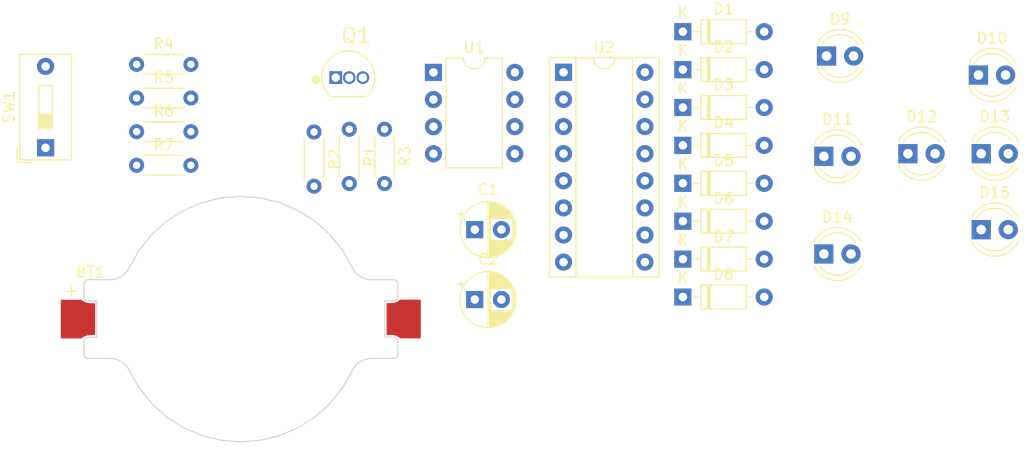
<source format=kicad_pcb>
(kicad_pcb (version 20221018) (generator pcbnew)
  (layers (0 "F.Cu" signal) (31 "B.Cu" signal) (34 "B.Paste" user) (35 "F.Paste" user) (36 "B.SilkS" user "B.Silkscreen") (37 "F.SilkS" user "F.Silkscreen") (38 "B.Mask" user) (39 "F.Mask" user) (44 "Edge.Cuts" user))
  (net 0 "")
  (net 1 "Vcc")
  (net 2 "GND")
  (net 3 "Net-(Q1-B)")
  (net 4 "dis")
  (net 5 "Net-(D1-K)")
  (net 6 "Q5")
  (net 7 "Q0")
  (net 8 "Q2")
  (net 9 "Net-(D10-K)")
  (net 10 "Net-(D12-A)")
  (net 11 "Q3")
  (net 12 "Q4")
  (net 13 "Net-(D14-A)")
  (net 14 "Net-(D9-K)")
  (net 15 "Net-(D10-A)")
  (net 16 "Net-(D12-K)")
  (net 17 "Net-(D14-K)")
  (net 18 "Net-(Q1-E)")
  (net 19 "Net-(U1-Q)")
  (net 22 "reset")
  (footprint "Resistor_THT:R_Axial_DIN0204_L3.6mm_D1.6mm_P5.08mm_Horizontal" (layer "F.Cu") (at 79.395 50.06)
    (fp_text reference "R4" (at 2.54 -1.92) (layer "F.SilkS"))
    (fp_text value "R")
    (pad "1" thru_hole circle (at 0 0) (size 1.4 1.4) (drill 0.7) (layers "*.Cu" "*.Mask") (net 14 "Net-(D9-K)"))
    (pad "2" thru_hole oval (at 5.08 0) (size 1.4 1.4) (drill 0.7) (layers "*.Cu" "*.Mask") (net 2 "GND"))
  )
  (footprint "LED_THT:LED_D4.0mm" (layer "F.Cu") (at 144.013 49.276)
    (fp_text reference "D9" (at 1.27 -3.46) (layer "F.SilkS"))
    (fp_text value "LED1")
    (pad "1" thru_hole rect (at 0 0) (size 1.8 1.8) (drill 0.9) (layers "*.Cu" "*.Mask") (net 14 "Net-(D9-K)"))
    (pad "2" thru_hole circle (at 2.54 0) (size 1.8 1.8) (drill 0.9) (layers "*.Cu" "*.Mask") (net 5 "Net-(D1-K)"))
  )
  (footprint "Resistor_THT:R_Axial_DIN0204_L3.6mm_D1.6mm_P5.08mm_Horizontal" (layer "F.Cu") (at 79.395 53.21)
    (fp_text reference "R5" (at 2.54 -1.92) (layer "F.SilkS"))
    (fp_text value "R")
    (pad "1" thru_hole circle (at 0 0) (size 1.4 1.4) (drill 0.7) (layers "*.Cu" "*.Mask") (net 15 "Net-(D10-A)"))
    (pad "2" thru_hole oval (at 5.08 0) (size 1.4 1.4) (drill 0.7) (layers "*.Cu" "*.Mask") (net 2 "GND"))
  )
  (footprint "Button_Switch_THT:SW_DIP_SPSTx01_Slide_9.78x4.72mm_W7.62mm_P2.54mm" (layer "F.Cu") (at 70.866 57.8695 90)
    (fp_text reference "SW1" (at 3.81 -3.42 90) (layer "F.SilkS"))
    (fp_text value "SW_DIP_x01")
    (pad "1" thru_hole rect (at 0 0 90) (size 1.6 1.6) (drill 0.8) (layers "*.Cu" "*.Mask") (net 1 "Vcc"))
    (pad "2" thru_hole oval (at 7.62 0 90) (size 1.6 1.6) (drill 0.8) (layers "*.Cu" "*.Mask") (net 3 "Net-(Q1-B)"))
  )
  (footprint "Library:TO92_S9014_127P510H650-3" (layer "F.Cu") (at 99.314 50.8)
    (fp_text reference "Q1" (at 0.637945 -3.444995) (layer "F.SilkS") (effects (font (size 1.406528 1.406528))))
    (fp_text value "2N2219")
    (pad "1" thru_hole rect (at -1.27 0.5) (size 1.19 1.19) (drill 0.79) (layers "*.Cu" "*.Mask") (net 18 "Net-(Q1-E)"))
    (pad "2" thru_hole circle (at 0 0.5) (size 1.19 1.19) (drill 0.79) (layers "*.Cu" "*.Mask") (net 3 "Net-(Q1-B)"))
    (pad "3" thru_hole circle (at 1.27 0.5) (size 1.19 1.19) (drill 0.79) (layers "*.Cu" "*.Mask") (net 1 "Vcc"))
  )
  (footprint "Diode_THT:D_DO-35_SOD27_P7.62mm_Horizontal" (layer "F.Cu") (at 130.556 50.546)
    (fp_text reference "D2" (at 3.81 -2.12) (layer "F.SilkS"))
    (fp_text value "1N4148")
    (fp_text user "K" (at 0 -1.8) (layer "F.SilkS"))
    (pad "1" thru_hole rect (at 0 0) (size 1.6 1.6) (drill 0.8) (layers "*.Cu" "*.Mask") (net 5 "Net-(D1-K)"))
    (pad "2" thru_hole oval (at 7.62 0) (size 1.6 1.6) (drill 0.8) (layers "*.Cu" "*.Mask") (net 7 "Q0"))
  )
  (footprint "Diode_THT:D_DO-35_SOD27_P7.62mm_Horizontal" (layer "F.Cu") (at 130.556 57.646)
    (fp_text reference "D4" (at 3.81 -2.12) (layer "F.SilkS"))
    (fp_text value "1N4148")
    (fp_text user "K" (at 0 -1.8) (layer "F.SilkS"))
    (pad "1" thru_hole rect (at 0 0) (size 1.6 1.6) (drill 0.8) (layers "*.Cu" "*.Mask") (net 6 "Q5"))
    (pad "2" thru_hole oval (at 7.62 0) (size 1.6 1.6) (drill 0.8) (layers "*.Cu" "*.Mask") (net 9 "Net-(D10-K)"))
  )
  (footprint "LED_THT:LED_D4.0mm" (layer "F.Cu") (at 158.496 65.532)
    (fp_text reference "D15" (at 1.27 -3.46) (layer "F.SilkS"))
    (fp_text value "LED7")
    (pad "1" thru_hole rect (at 0 0) (size 1.8 1.8) (drill 0.9) (layers "*.Cu" "*.Mask") (net 17 "Net-(D14-K)"))
    (pad "2" thru_hole circle (at 2.54 0) (size 1.8 1.8) (drill 0.9) (layers "*.Cu" "*.Mask") (net 13 "Net-(D14-A)"))
  )
  (footprint "Capacitor_THT:CP_Radial_D5.0mm_P2.50mm" (layer "F.Cu") (at 111.062888 72.082)
    (fp_text reference "C2" (at 1.25 -3.75) (layer "F.SilkS"))
    (fp_text value "C_Polarized_Small")
    (pad "1" thru_hole rect (at 0 0) (size 1.6 1.6) (drill 0.8) (layers "*.Cu" "*.Mask") (net 4 "dis"))
    (pad "2" thru_hole circle (at 2.5 0) (size 1.6 1.6) (drill 0.8) (layers "*.Cu" "*.Mask") (net 2 "GND"))
  )
  (footprint "Diode_THT:D_DO-35_SOD27_P7.62mm_Horizontal" (layer "F.Cu") (at 130.556 68.296)
    (fp_text reference "D7" (at 3.81 -2.12) (layer "F.SilkS"))
    (fp_text value "1N4148")
    (fp_text user "K" (at 0 -1.8) (layer "F.SilkS"))
    (pad "1" thru_hole rect (at 0 0) (size 1.6 1.6) (drill 0.8) (layers "*.Cu" "*.Mask") (net 10 "Net-(D12-A)"))
    (pad "2" thru_hole oval (at 7.62 0) (size 1.6 1.6) (drill 0.8) (layers "*.Cu" "*.Mask") (net 12 "Q4"))
  )
  (footprint "LED_THT:LED_D4.0mm" (layer "F.Cu") (at 158.496 58.42)
    (fp_text reference "D13" (at 1.27 -3.46) (layer "F.SilkS"))
    (fp_text value "LED5")
    (pad "1" thru_hole rect (at 0 0) (size 1.8 1.8) (drill 0.9) (layers "*.Cu" "*.Mask") (net 16 "Net-(D12-K)"))
    (pad "2" thru_hole circle (at 2.54 0) (size 1.8 1.8) (drill 0.9) (layers "*.Cu" "*.Mask") (net 10 "Net-(D12-A)"))
  )
  (footprint "Resistor_THT:R_Axial_DIN0204_L3.6mm_D1.6mm_P5.08mm_Horizontal" (layer "F.Cu") (at 96.012 56.388 -90)
    (fp_text reference "R2" (at 2.54 -1.92 90) (layer "F.SilkS"))
    (fp_text value "R")
    (pad "1" thru_hole circle (at 0 0 270) (size 1.4 1.4) (drill 0.7) (layers "*.Cu" "*.Mask") (net 18 "Net-(Q1-E)"))
    (pad "2" thru_hole oval (at 5.08 0 270) (size 1.4 1.4) (drill 0.7) (layers "*.Cu" "*.Mask") (net 4 "dis"))
  )
  (footprint "Resistor_THT:R_Axial_DIN0204_L3.6mm_D1.6mm_P5.08mm_Horizontal" (layer "F.Cu") (at 102.616 56.134 -90)
    (fp_text reference "R3" (at 2.54 -1.92 90) (layer "F.SilkS"))
    (fp_text value "R")
    (pad "1" thru_hole circle (at 0 0 270) (size 1.4 1.4) (drill 0.7) (layers "*.Cu" "*.Mask") (net 4 "dis"))
    (pad "2" thru_hole oval (at 5.08 0 270) (size 1.4 1.4) (drill 0.7) (layers "*.Cu" "*.Mask") (net 2 "GND"))
  )
  (footprint "Diode_THT:D_DO-35_SOD27_P7.62mm_Horizontal" (layer "F.Cu") (at 130.556 46.996)
    (fp_text reference "D1" (at 3.81 -2.12) (layer "F.SilkS"))
    (fp_text value "1N4148")
    (fp_text user "K" (at 0 -1.8) (layer "F.SilkS"))
    (pad "1" thru_hole rect (at 0 0) (size 1.6 1.6) (drill 0.8) (layers "*.Cu" "*.Mask") (net 5 "Net-(D1-K)"))
    (pad "2" thru_hole oval (at 7.62 0) (size 1.6 1.6) (drill 0.8) (layers "*.Cu" "*.Mask") (net 6 "Q5"))
  )
  (footprint "Resistor_THT:R_Axial_DIN0204_L3.6mm_D1.6mm_P5.08mm_Horizontal" (layer "F.Cu") (at 99.314 56.134 -90)
    (fp_text reference "R1" (at 2.54 -1.92 90) (layer "F.SilkS"))
    (fp_text value "R")
    (pad "1" thru_hole circle (at 0 0 270) (size 1.4 1.4) (drill 0.7) (layers "*.Cu" "*.Mask") (net 3 "Net-(Q1-B)"))
    (pad "2" thru_hole oval (at 5.08 0 270) (size 1.4 1.4) (drill 0.7) (layers "*.Cu" "*.Mask") (net 2 "GND"))
  )
  (footprint "Diode_THT:D_DO-35_SOD27_P7.62mm_Horizontal" (layer "F.Cu") (at 130.556 54.096)
    (fp_text reference "D3" (at 3.81 -2.12) (layer "F.SilkS"))
    (fp_text value "1N4148")
    (fp_text user "K" (at 0 -1.8) (layer "F.SilkS"))
    (pad "1" thru_hole rect (at 0 0) (size 1.6 1.6) (drill 0.8) (layers "*.Cu" "*.Mask") (net 5 "Net-(D1-K)"))
    (pad "2" thru_hole oval (at 7.62 0) (size 1.6 1.6) (drill 0.8) (layers "*.Cu" "*.Mask") (net 8 "Q2"))
  )
  (footprint "Package_DIP:DIP-16_W7.62mm_Socket" (layer "F.Cu") (at 119.38 50.8)
    (fp_text reference "U2" (at 3.81 -2.33) (layer "F.SilkS"))
    (fp_text value "4017")
    (pad "1" thru_hole rect (at 0 0) (size 1.6 1.6) (drill 0.8) (layers "*.Cu" "*.Mask") (net 6 "Q5"))
    (pad "2" thru_hole oval (at 0 2.54) (size 1.6 1.6) (drill 0.8) (layers "*.Cu" "*.Mask"))
    (pad "3" thru_hole oval (at 0 5.08) (size 1.6 1.6) (drill 0.8) (layers "*.Cu" "*.Mask") (net 7 "Q0"))
    (pad "4" thru_hole oval (at 0 7.62) (size 1.6 1.6) (drill 0.8) (layers "*.Cu" "*.Mask") (net 8 "Q2"))
    (pad "5" thru_hole oval (at 0 10.16) (size 1.6 1.6) (drill 0.8) (layers "*.Cu" "*.Mask") (net 22 "reset"))
    (pad "6" thru_hole oval (at 0 12.7) (size 1.6 1.6) (drill 0.8) (layers "*.Cu" "*.Mask"))
    (pad "7" thru_hole oval (at 0 15.24) (size 1.6 1.6) (drill 0.8) (layers "*.Cu" "*.Mask") (net 11 "Q3"))
    (pad "8" thru_hole oval (at 0 17.78) (size 1.6 1.6) (drill 0.8) (layers "*.Cu" "*.Mask") (net 2 "GND"))
    (pad "9" thru_hole oval (at 7.62 17.78) (size 1.6 1.6) (drill 0.8) (layers "*.Cu" "*.Mask"))
    (pad "10" thru_hole oval (at 7.62 15.24) (size 1.6 1.6) (drill 0.8) (layers "*.Cu" "*.Mask") (net 12 "Q4"))
    (pad "11" thru_hole oval (at 7.62 12.7) (size 1.6 1.6) (drill 0.8) (layers "*.Cu" "*.Mask"))
    (pad "12" thru_hole oval (at 7.62 10.16) (size 1.6 1.6) (drill 0.8) (layers "*.Cu" "*.Mask"))
    (pad "13" thru_hole oval (at 7.62 7.62) (size 1.6 1.6) (drill 0.8) (layers "*.Cu" "*.Mask") (net 2 "GND"))
    (pad "14" thru_hole oval (at 7.62 5.08) (size 1.6 1.6) (drill 0.8) (layers "*.Cu" "*.Mask") (net 19 "Net-(U1-Q)"))
    (pad "15" thru_hole oval (at 7.62 2.54) (size 1.6 1.6) (drill 0.8) (layers "*.Cu" "*.Mask") (net 22 "reset"))
    (pad "16" thru_hole oval (at 7.62 0) (size 1.6 1.6) (drill 0.8) (layers "*.Cu" "*.Mask") (net 1 "Vcc"))
  )
  (footprint "LED_THT:LED_D4.0mm" (layer "F.Cu") (at 143.764 67.818)
    (fp_text reference "D14" (at 1.27 -3.46) (layer "F.SilkS"))
    (fp_text value "LED6")
    (pad "1" thru_hole rect (at 0 0) (size 1.8 1.8) (drill 0.9) (layers "*.Cu" "*.Mask") (net 17 "Net-(D14-K)"))
    (pad "2" thru_hole circle (at 2.54 0) (size 1.8 1.8) (drill 0.9) (layers "*.Cu" "*.Mask") (net 13 "Net-(D14-A)"))
  )
  (footprint "Diode_THT:D_DO-35_SOD27_P7.62mm_Horizontal" (layer "F.Cu") (at 130.556 64.746)
    (fp_text reference "D6" (at 3.81 -2.12) (layer "F.SilkS"))
    (fp_text value "1N4148")
    (fp_text user "K" (at 0 -1.8) (layer "F.SilkS"))
    (pad "1" thru_hole rect (at 0 0) (size 1.6 1.6) (drill 0.8) (layers "*.Cu" "*.Mask") (net 10 "Net-(D12-A)"))
    (pad "2" thru_hole oval (at 7.62 0) (size 1.6 1.6) (drill 0.8) (layers "*.Cu" "*.Mask") (net 11 "Q3"))
  )
  (footprint "Package_DIP:DIP-8_W7.62mm" (layer "F.Cu") (at 107.198 50.81)
    (fp_text reference "U1" (at 3.81 -2.33) (layer "F.SilkS"))
    (fp_text value "NE555P")
    (pad "1" thru_hole rect (at 0 0) (size 1.6 1.6) (drill 0.8) (layers "*.Cu" "*.Mask") (net 2 "GND"))
    (pad "2" thru_hole oval (at 0 2.54) (size 1.6 1.6) (drill 0.8) (layers "*.Cu" "*.Mask") (net 4 "dis"))
    (pad "3" thru_hole oval (at 0 5.08) (size 1.6 1.6) (drill 0.8) (layers "*.Cu" "*.Mask") (net 19 "Net-(U1-Q)"))
    (pad "4" thru_hole oval (at 0 7.62) (size 1.6 1.6) (drill 0.8) (layers "*.Cu" "*.Mask") (net 1 "Vcc"))
    (pad "5" thru_hole oval (at 7.62 7.62) (size 1.6 1.6) (drill 0.8) (layers "*.Cu" "*.Mask"))
    (pad "6" thru_hole oval (at 7.62 5.08) (size 1.6 1.6) (drill 0.8) (layers "*.Cu" "*.Mask") (net 4 "dis"))
    (pad "7" thru_hole oval (at 7.62 2.54) (size 1.6 1.6) (drill 0.8) (layers "*.Cu" "*.Mask") (net 4 "dis"))
    (pad "8" thru_hole oval (at 7.62 0) (size 1.6 1.6) (drill 0.8) (layers "*.Cu" "*.Mask") (net 1 "Vcc"))
  )
  (footprint "Resistor_THT:R_Axial_DIN0204_L3.6mm_D1.6mm_P5.08mm_Horizontal" (layer "F.Cu") (at 79.395 56.36)
    (fp_text reference "R6" (at 2.54 -1.92) (layer "F.SilkS"))
    (fp_text value "R")
    (pad "1" thru_hole circle (at 0 0) (size 1.4 1.4) (drill 0.7) (layers "*.Cu" "*.Mask") (net 16 "Net-(D12-K)"))
    (pad "2" thru_hole oval (at 5.08 0) (size 1.4 1.4) (drill 0.7) (layers "*.Cu" "*.Mask") (net 2 "GND"))
  )
  (footprint "LED_THT:LED_D4.0mm" (layer "F.Cu") (at 143.764 58.674)
    (fp_text reference "D11" (at 1.27 -3.46) (layer "F.SilkS"))
    (fp_text value "LED3")
    (pad "1" thru_hole rect (at 0 0) (size 1.8 1.8) (drill 0.9) (layers "*.Cu" "*.Mask") (net 9 "Net-(D10-K)"))
    (pad "2" thru_hole circle (at 2.54 0) (size 1.8 1.8) (drill 0.9) (layers "*.Cu" "*.Mask") (net 15 "Net-(D10-A)"))
  )
  (footprint "Diode_THT:D_DO-35_SOD27_P7.62mm_Horizontal" (layer "F.Cu") (at 130.556 61.196)
    (fp_text reference "D5" (at 3.81 -2.12) (layer "F.SilkS"))
    (fp_text value "1N4148")
    (fp_text user "K" (at 0 -1.8) (layer "F.SilkS"))
    (pad "1" thru_hole rect (at 0 0) (size 1.6 1.6) (drill 0.8) (layers "*.Cu" "*.Mask") (net 10 "Net-(D12-A)"))
    (pad "2" thru_hole oval (at 7.62 0) (size 1.6 1.6) (drill 0.8) (layers "*.Cu" "*.Mask") (net 7 "Q0"))
  )
  (footprint "LED_THT:LED_D4.0mm" (layer "F.Cu") (at 158.242 51.054)
    (fp_text reference "D10" (at 1.27 -3.46) (layer "F.SilkS"))
    (fp_text value "LED2")
    (pad "1" thru_hole rect (at 0 0) (size 1.8 1.8) (drill 0.9) (layers "*.Cu" "*.Mask") (net 9 "Net-(D10-K)"))
    (pad "2" thru_hole circle (at 2.54 0) (size 1.8 1.8) (drill 0.9) (layers "*.Cu" "*.Mask") (net 15 "Net-(D10-A)"))
  )
  (footprint "LED_THT:LED_D4.0mm" (layer "F.Cu") (at 151.638 58.42)
    (fp_text reference "D12" (at 1.27 -3.46) (layer "F.SilkS"))
    (fp_text value "LED4")
    (pad "1" thru_hole rect (at 0 0) (size 1.8 1.8) (drill 0.9) (layers "*.Cu" "*.Mask") (net 16 "Net-(D12-K)"))
    (pad "2" thru_hole circle (at 2.54 0) (size 1.8 1.8) (drill 0.9) (layers "*.Cu" "*.Mask") (net 10 "Net-(D12-A)"))
  )
  (footprint "Capacitor_THT:CP_Radial_D5.0mm_P2.50mm" (layer "F.Cu") (at 111.062888 65.532)
    (fp_text reference "C1" (at 1.25 -3.75) (layer "F.SilkS"))
    (fp_text value "C_Polarized_Small")
    (pad "1" thru_hole rect (at 0 0) (size 1.6 1.6) (drill 0.8) (layers "*.Cu" "*.Mask") (net 3 "Net-(Q1-B)"))
    (pad "2" thru_hole circle (at 2.5 0) (size 1.6 1.6) (drill 0.8) (layers "*.Cu" "*.Mask") (net 2 "GND"))
  )
  (footprint "Diode_THT:D_DO-35_SOD27_P7.62mm_Horizontal" (layer "F.Cu") (at 130.556 71.846)
    (fp_text reference "D8" (at 3.81 -2.12) (layer "F.SilkS"))
    (fp_text value "1N4148")
    (fp_text user "K" (at 0 -1.8) (layer "F.SilkS"))
    (pad "1" thru_hole rect (at 0 0) (size 1.6 1.6) (drill 0.8) (layers "*.Cu" "*.Mask") (net 13 "Net-(D14-A)"))
    (pad "2" thru_hole oval (at 7.62 0) (size 1.6 1.6) (drill 0.8) (layers "*.Cu" "*.Mask") (net 12 "Q4"))
  )
  (footprint "Resistor_THT:R_Axial_DIN0204_L3.6mm_D1.6mm_P5.08mm_Horizontal" (layer "F.Cu") (at 79.395 59.51)
    (fp_text reference "R7" (at 2.54 -1.92) (layer "F.SilkS"))
    (fp_text value "R")
    (pad "1" thru_hole circle (at 0 0) (size 1.4 1.4) (drill 0.7) (layers "*.Cu" "*.Mask") (net 17 "Net-(D14-K)"))
    (pad "2" thru_hole oval (at 5.08 0) (size 1.4 1.4) (drill 0.7) (layers "*.Cu" "*.Mask") (net 2 "GND"))
  )
  (footprint "Battery:BatteryHolder_Keystone_1057_1x2032" (layer "F.Cu") (at 89.154 73.914)
    (fp_text reference "BT1" (at -14.1 -4.4) (layer "F.SilkS"))
    (fp_text value "Battery_Cell")
    (fp_line (start -14.7 -2.08505) (end -14.7 -3.285) (stroke (width 0.1)) (layer "Edge.Cuts"))
    (fp_line (start -14.7 3.284899) (end -14.7 2.084949) (stroke (width 0.1)) (layer "Edge.Cuts"))
    (fp_line (start -14.3 -3.685) (end -12.244621 -3.685) (stroke (width 0.1)) (layer "Edge.Cuts"))
    (fp_line (start -14.3 1.684949) (end -13.5 1.684949) (stroke (width 0.1)) (layer "Edge.Cuts"))
    (fp_line (start -13.5 -1.68505) (end -14.3 -1.68505) (stroke (width 0.1)) (layer "Edge.Cuts"))
    (fp_line (start -13.5 1.684949) (end -13.5 -1.68505) (stroke (width 0.1)) (layer "Edge.Cuts"))
    (fp_line (start -12.244621 -3.685) (end -11.921437 -3.711285) (stroke (width 0.1)) (layer "Edge.Cuts"))
    (fp_line (start -12.244621 3.684999) (end -14.3 3.684899) (stroke (width 0.1)) (layer "Edge.Cuts"))
    (fp_line (start -11.921437 -3.711285) (end -11.606747 -3.789448) (stroke (width 0.1)) (layer "Edge.Cuts"))
    (fp_line (start -11.921437 3.711284) (end -12.244621 3.684999) (stroke (width 0.1)) (layer "Edge.Cuts"))
    (fp_line (start -11.606747 -3.789448) (end -11.308824 -3.917435) (stroke (width 0.1)) (layer "Edge.Cuts"))
    (fp_line (start -11.606747 3.789447) (end -11.921437 3.711284) (stroke (width 0.1)) (layer "Edge.Cuts"))
    (fp_line (start -11.308824 -3.917435) (end -11.035498 -4.091883) (stroke (width 0.1)) (layer "Edge.Cuts"))
    (fp_line (start -11.308824 3.917434) (end -11.606747 3.789447) (stroke (width 0.1)) (layer "Edge.Cuts"))
    (fp_line (start -11.035498 -4.091883) (end -10.793954 -4.308205) (stroke (width 0.1)) (layer "Edge.Cuts"))
    (fp_line (start -11.035498 4.091882) (end -11.308824 3.917434) (stroke (width 0.1)) (layer "Edge.Cuts"))
    (fp_line (start -10.793954 -4.308205) (end -10.59054 -4.560716) (stroke (width 0.1)) (layer "Edge.Cuts"))
    (fp_line (start -10.793954 4.308204) (end -11.035498 4.091882) (stroke (width 0.1)) (layer "Edge.Cuts"))
    (fp_line (start -10.59054 -4.560716) (end -10.430603 -4.842778) (stroke (width 0.1)) (layer "Edge.Cuts"))
    (fp_line (start -10.59054 4.560715) (end -10.793954 4.308204) (stroke (width 0.1)) (layer "Edge.Cuts"))
    (fp_line (start -10.430603 -4.842778) (end -9.510966 -6.464636) (stroke (width 0.1)) (layer "Edge.Cuts"))
    (fp_line (start -10.430603 4.842777) (end -10.59054 4.560715) (stroke (width 0.1)) (layer "Edge.Cuts"))
    (fp_line (start -9.510966 -6.464636) (end -8.341335 -7.916572) (stroke (width 0.1)) (layer "Edge.Cuts"))
    (fp_line (start -9.510966 6.464635) (end -10.430603 4.842777) (stroke (width 0.1)) (layer "Edge.Cuts"))
    (fp_line (start -8.341335 -7.916572) (end -6.952454 -9.160424) (stroke (width 0.1)) (layer "Edge.Cuts"))
    (fp_line (start -8.341335 7.916571) (end -9.510966 6.464635) (stroke (width 0.1)) (layer "Edge.Cuts"))
    (fp_line (start -6.952454 -9.160424) (end -5.38083 -10.163496) (stroke (width 0.1)) (layer "Edge.Cuts"))
    (fp_line (start -6.952454 9.160423) (end -8.341335 7.916571) (stroke (width 0.1)) (layer "Edge.Cuts"))
    (fp_line (start -5.38083 -10.163496) (end -3.667773 -10.899424) (stroke (width 0.1)) (layer "Edge.Cuts"))
    (fp_line (start -5.38083 10.163495) (end -6.952454 9.160423) (stroke (width 0.1)) (layer "Edge.Cuts"))
    (fp_line (start -3.667773 -10.899424) (end -1.858308 -11.348863) (stroke (width 0.1)) (layer "Edge.Cuts"))
    (fp_line (start -3.667773 10.899423) (end -5.38083 10.163495) (stroke (width 0.1)) (layer "Edge.Cuts"))
    (fp_line (start -1.858308 -11.348863) (end 0 -11.5) (stroke (width 0.1)) (layer "Edge.Cuts"))
    (fp_line (start -1.858308 11.348862) (end -3.667773 10.899423) (stroke (width 0.1)) (layer "Edge.Cuts"))
    (fp_line (start 0 -11.5) (end 1.858309 -11.348863) (stroke (width 0.1)) (layer "Edge.Cuts"))
    (fp_line (start 0 11.499999) (end -1.858308 11.348862) (stroke (width 0.1)) (layer "Edge.Cuts"))
    (fp_line (start 1.858309 -11.348863) (end 3.667774 -10.899424) (stroke (width 0.1)) (layer "Edge.Cuts"))
    (fp_line (start 1.858309 11.348862) (end 0 11.499999) (stroke (width 0.1)) (layer "Edge.Cuts"))
    (fp_line (start 3.667774 -10.899424) (end 5.380831 -10.163496) (stroke (width 0.1)) (layer "Edge.Cuts"))
    (fp_line (start 3.667774 10.899423) (end 1.858309 11.348862) (stroke (width 0.1)) (layer "Edge.Cuts"))
    (fp_line (start 5.380831 -10.163496) (end 6.952455 -9.160424) (stroke (width 0.1)) (layer "Edge.Cuts"))
    (fp_line (start 5.380831 10.163495) (end 3.667774 10.899423) (stroke (width 0.1)) (layer "Edge.Cuts"))
    (fp_line (start 6.952455 -9.160424) (end 8.341336 -7.916572) (stroke (width 0.1)) (layer "Edge.Cuts"))
    (fp_line (start 6.952455 9.160423) (end 5.380831 10.163495) (stroke (width 0.1)) (layer "Edge.Cuts"))
    (fp_line (start 8.341336 -7.916572) (end 9.510967 -6.464636) (stroke (width 0.1)) (layer "Edge.Cuts"))
    (fp_line (start 8.341336 7.916571) (end 6.952455 9.160423) (stroke (width 0.1)) (layer "Edge.Cuts"))
    (fp_line (start 9.510967 -6.464636) (end 10.430604 -4.842778) (stroke (width 0.1)) (layer "Edge.Cuts"))
    (fp_line (start 9.510967 6.464635) (end 8.341336 7.916571) (stroke (width 0.1)) (layer "Edge.Cuts"))
    (fp_line (start 10.430604 -4.842778) (end 10.590541 -4.560716) (stroke (width 0.1)) (layer "Edge.Cuts"))
    (fp_line (start 10.430604 4.842777) (end 9.510967 6.464635) (stroke (width 0.1)) (layer "Edge.Cuts"))
    (fp_line (start 10.590541 -4.560716) (end 10.793955 -4.308205) (stroke (width 0.1)) (layer "Edge.Cuts"))
    (fp_line (start 10.590541 4.560715) (end 10.430604 4.842777) (stroke (width 0.1)) (layer "Edge.Cuts"))
    (fp_line (start 10.793955 -4.308205) (end 11.035499 -4.091883) (stroke (width 0.1)) (layer "Edge.Cuts"))
    (fp_line (start 10.793955 4.308204) (end 10.590541 4.560715) (stroke (width 0.1)) (layer "Edge.Cuts"))
    (fp_line (start 11.035499 -4.091883) (end 11.308825 -3.917435) (stroke (width 0.1)) (layer "Edge.Cuts"))
    (fp_line (start 11.035499 4.091882) (end 10.793955 4.308204) (stroke (width 0.1)) (layer "Edge.Cuts"))
    (fp_line (start 11.308825 -3.917435) (end 11.606748 -3.789448) (stroke (width 0.1)) (layer "Edge.Cuts"))
    (fp_line (start 11.308825 3.917434) (end 11.035499 4.091882) (stroke (width 0.1)) (layer "Edge.Cuts"))
    (fp_line (start 11.606748 -3.789448) (end 11.921438 -3.711285) (stroke (width 0.1)) (layer "Edge.Cuts"))
    (fp_line (start 11.606748 3.789447) (end 11.308825 3.917434) (stroke (width 0.1)) (layer "Edge.Cuts"))
    (fp_line (start 11.921438 -3.711285) (end 12.244622 -3.685) (stroke (width 0.1)) (layer "Edge.Cuts"))
    (fp_line (start 11.921438 3.711284) (end 11.606748 3.789447) (stroke (width 0.1)) (layer "Edge.Cuts"))
    (fp_line (start 12.244622 -3.685) (end 14.3 -3.685) (stroke (width 0.1)) (layer "Edge.Cuts"))
    (fp_line (start 12.244622 3.684999) (end 11.921438 3.711284) (stroke (width 0.1)) (layer "Edge.Cuts"))
    (fp_line (start 13.5 -1.68505) (end 13.5 1.684949) (stroke (width 0.1)) (layer "Edge.Cuts"))
    (fp_line (start 13.5 1.684949) (end 14.3 1.68505) (stroke (width 0.1)) (layer "Edge.Cuts"))
    (fp_line (start 14.3 -1.68505) (end 13.5 -1.68505) (stroke (width 0.1)) (layer "Edge.Cuts"))
    (fp_line (start 14.3 3.682793) (end 12.244622 3.684999) (stroke (width 0.1)) (layer "Edge.Cuts"))
    (fp_line (start 14.7 -3.285) (end 14.7 -2.08505) (stroke (width 0.1)) (layer "Edge.Cuts"))
    (fp_line (start 14.7 2.082843) (end 14.7 3.282793) (stroke (width 0.1)) (layer "Edge.Cuts"))
    (fp_arc (start -14.7 -3.285) (mid -14.582843 -3.567843) (end -14.3 -3.685) (stroke (width 0.1)) (layer "Edge.Cuts"))
    (fp_arc (start -14.7 2.084949) (mid -14.582843 1.802106) (end -14.3 1.684949) (stroke (width 0.1)) (layer "Edge.Cuts"))
    (fp_arc (start -14.3 -1.68505) (mid -14.582843 -1.802207) (end -14.7 -2.08505) (stroke (width 0.1)) (layer "Edge.Cuts"))
    (fp_arc (start -14.3 3.684899) (mid -14.582843 3.567742) (end -14.7 3.284899) (stroke (width 0.1)) (layer "Edge.Cuts"))
    (fp_arc (start 14.3 -3.685) (mid 14.582843 -3.567843) (end 14.7 -3.285) (stroke (width 0.1)) (layer "Edge.Cuts"))
    (fp_arc (start 14.3 1.68505) (mid 14.582843 1.802207) (end 14.7 2.08505) (stroke (width 0.1)) (layer "Edge.Cuts"))
    (fp_arc (start 14.7 -2.08505) (mid 14.582843 -1.802207) (end 14.3 -1.68505) (stroke (width 0.1)) (layer "Edge.Cuts"))
    (fp_arc (start 14.7 3.282793) (mid 14.582843 3.565636) (end 14.3 3.682793) (stroke (width 0.1)) (layer "Edge.Cuts"))
    (pad "1" smd custom (at -15.15 -0.1) (size 1 1) (layers "F.Cu" "F.Paste" "F.Mask") (net 1 "Vcc") (options (clearance outline) (anchor rect)) (primitives (gr_poly (pts (xy 0.2 -1.65) (xy 0.271537 -1.594563) (xy 0.343074 -1.539127) (xy 0.500662 -1.450081) (xy 0.58506 -1.417404) (xy 0.669458 -1.384728) (xy 0.757691 -1.364583) (xy 0.845923 -1.344438) (xy 1.026357 -1.330056) (xy 1.235196 -1.330056) (xy 1.444035 -1.330057) (xy 1.444034 1.539942) (xy 1.044035 1.539967) (xy 0.86174 1.553331) (xy 0.683343 1.593137) (xy 0.512659 1.658535) (xy 0.353336 1.748125) (xy 0.28106 1.804058) (xy 0.208783 1.859992) (xy -1.65 1.859992) (xy -1.65 -1.650007)) (width 0.12) (fill yes))))
    (pad "2" smd custom (at 15.15 0.1 180) (size 1 1) (layers "F.Cu" "F.Paste" "F.Mask") (net 2 "GND") (options (clearance outline) (anchor rect)) (primitives (gr_poly (pts (xy 0.2 -1.65) (xy 0.271537 -1.594563) (xy 0.343074 -1.539127) (xy 0.500662 -1.450081) (xy 0.58506 -1.417404) (xy 0.669458 -1.384728) (xy 0.757691 -1.364583) (xy 0.845923 -1.344438) (xy 1.026357 -1.330056) (xy 1.235196 -1.330056) (xy 1.444035 -1.330057) (xy 1.444034 1.539942) (xy 1.044035 1.539967) (xy 0.86174 1.553331) (xy 0.683343 1.593137) (xy 0.512659 1.658535) (xy 0.353336 1.748125) (xy 0.28106 1.804058) (xy 0.208783 1.859992) (xy -1.65 1.859992) (xy -1.65 -1.650007)) (width 0.12) (fill yes))))
  )
)
</source>
